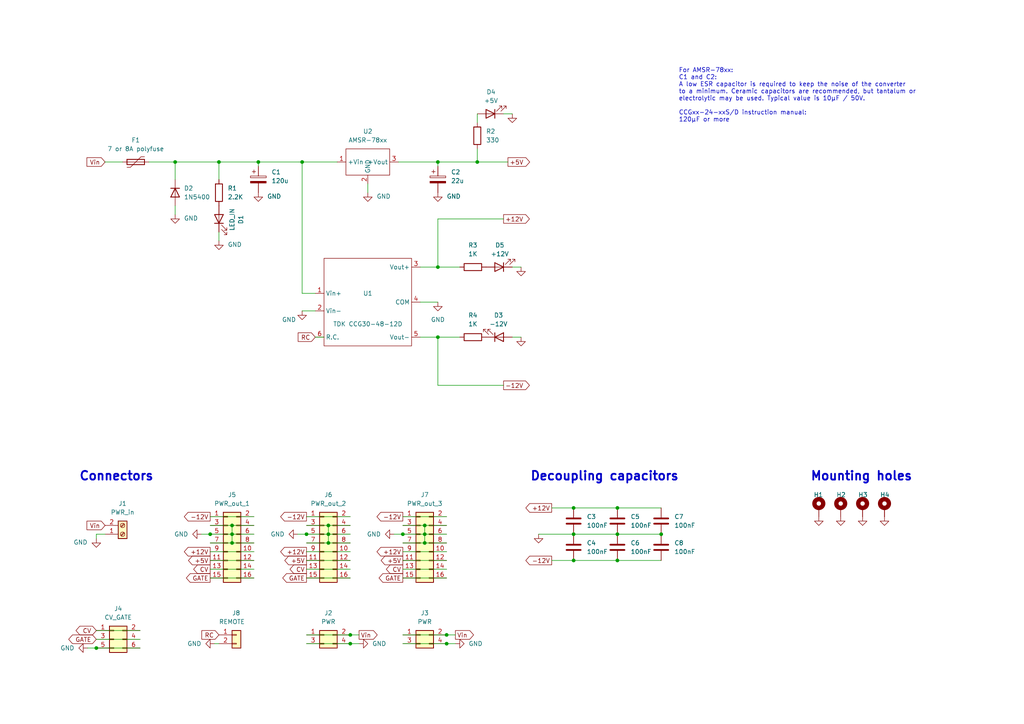
<source format=kicad_sch>
(kicad_sch (version 20211123) (generator eeschema)
  (paper "A4")
  (title_block (title "Eurorack PSU - switching DC-DC converter") (date "2022-02-09") (rev "1.1"))
  (lib_symbols
    (symbol "Connector:Screw_Terminal_01x02" (pin_names (offset 1.016) hide)
      (property "Reference" "J" (at 0 2.54 0))
      (property "Value" "Screw_Terminal_01x02" (at 0 -5.08 0))
      (symbol "Screw_Terminal_01x02_1_1"
        (rectangle (start -1.27 1.27) (end 1.27 -3.81) (stroke (width 0.254)) (fill (type background)))
        (circle (center 0 -2.54) (radius 0.635) (stroke (width 0.1524)))
        (polyline (pts (xy -0.5334 -2.2098) (xy 0.3302 -3.048)) (stroke (width 0.1524)))
        (polyline (pts (xy -0.5334 0.3302) (xy 0.3302 -0.508)) (stroke (width 0.1524)))
        (polyline (pts (xy -0.3556 -2.032) (xy 0.508 -2.8702)) (stroke (width 0.1524)))
        (polyline (pts (xy -0.3556 0.508) (xy 0.508 -0.3302)) (stroke (width 0.1524)))
        (circle (center 0 0) (radius 0.635) (stroke (width 0.1524)))
        (pin passive line (at -5.08 0 0) (length 3.81) (name "Pin_1") (number "1"))
        (pin passive line (at -5.08 -2.54 0) (length 3.81) (name "Pin_2") (number "2"))
      )
    )
    (symbol "Connector_Generic:Conn_01x02" (pin_names (offset 1.016) hide)
      (property "Reference" "J" (at 0 2.54 0))
      (property "Value" "Conn_01x02" (at 0 -5.08 0))
      (symbol "Conn_01x02_1_1"
        (rectangle (start -1.27 -2.413) (end 0 -2.667) (stroke (width 0.1524)))
        (rectangle (start -1.27 0.127) (end 0 -0.127) (stroke (width 0.1524)))
        (rectangle (start -1.27 1.27) (end 1.27 -3.81) (stroke (width 0.254)) (fill (type background)))
        (pin passive line (at -5.08 0 0) (length 3.81) (name "Pin_1") (number "1"))
        (pin passive line (at -5.08 -2.54 0) (length 3.81) (name "Pin_2") (number "2"))
      )
    )
    (symbol "Connector_Generic:Conn_02x02_Odd_Even" (pin_names (offset 1.016) hide)
      (property "Reference" "J" (at 1.27 2.54 0))
      (property "Value" "Conn_02x02_Odd_Even" (at 1.27 -5.08 0))
      (symbol "Conn_02x02_Odd_Even_1_1"
        (rectangle (start -1.27 -2.413) (end 0 -2.667) (stroke (width 0.1524)))
        (rectangle (start -1.27 0.127) (end 0 -0.127) (stroke (width 0.1524)))
        (rectangle (start -1.27 1.27) (end 3.81 -3.81) (stroke (width 0.254)) (fill (type background)))
        (rectangle (start 3.81 -2.413) (end 2.54 -2.667) (stroke (width 0.1524)))
        (rectangle (start 3.81 0.127) (end 2.54 -0.127) (stroke (width 0.1524)))
        (pin passive line (at -5.08 0 0) (length 3.81) (name "Pin_1") (number "1"))
        (pin passive line (at 7.62 0 180) (length 3.81) (name "Pin_2") (number "2"))
        (pin passive line (at -5.08 -2.54 0) (length 3.81) (name "Pin_3") (number "3"))
        (pin passive line (at 7.62 -2.54 180) (length 3.81) (name "Pin_4") (number "4"))
      )
    )
    (symbol "Connector_Generic:Conn_02x03_Odd_Even" (pin_names (offset 1.016) hide)
      (property "Reference" "J" (at 1.27 5.08 0))
      (property "Value" "Conn_02x03_Odd_Even" (at 1.27 -5.08 0))
      (symbol "Conn_02x03_Odd_Even_1_1"
        (rectangle (start -1.27 -2.413) (end 0 -2.667) (stroke (width 0.1524)))
        (rectangle (start -1.27 0.127) (end 0 -0.127) (stroke (width 0.1524)))
        (rectangle (start -1.27 2.667) (end 0 2.413) (stroke (width 0.1524)))
        (rectangle (start -1.27 3.81) (end 3.81 -3.81) (stroke (width 0.254)) (fill (type background)))
        (rectangle (start 3.81 -2.413) (end 2.54 -2.667) (stroke (width 0.1524)))
        (rectangle (start 3.81 0.127) (end 2.54 -0.127) (stroke (width 0.1524)))
        (rectangle (start 3.81 2.667) (end 2.54 2.413) (stroke (width 0.1524)))
        (pin passive line (at -5.08 2.54 0) (length 3.81) (name "Pin_1") (number "1"))
        (pin passive line (at 7.62 2.54 180) (length 3.81) (name "Pin_2") (number "2"))
        (pin passive line (at -5.08 0 0) (length 3.81) (name "Pin_3") (number "3"))
        (pin passive line (at 7.62 0 180) (length 3.81) (name "Pin_4") (number "4"))
        (pin passive line (at -5.08 -2.54 0) (length 3.81) (name "Pin_5") (number "5"))
        (pin passive line (at 7.62 -2.54 180) (length 3.81) (name "Pin_6") (number "6"))
      )
    )
    (symbol "Connector_Generic:Conn_02x08_Odd_Even" (pin_names (offset 1.016) hide)
      (property "Reference" "J" (at 1.27 10.16 0))
      (property "Value" "Conn_02x08_Odd_Even" (at 1.27 -12.7 0))
      (symbol "Conn_02x08_Odd_Even_1_1"
        (rectangle (start -1.27 -10.033) (end 0 -10.287) (stroke (width 0.1524)))
        (rectangle (start -1.27 -7.493) (end 0 -7.747) (stroke (width 0.1524)))
        (rectangle (start -1.27 -4.953) (end 0 -5.207) (stroke (width 0.1524)))
        (rectangle (start -1.27 -2.413) (end 0 -2.667) (stroke (width 0.1524)))
        (rectangle (start -1.27 0.127) (end 0 -0.127) (stroke (width 0.1524)))
        (rectangle (start -1.27 2.667) (end 0 2.413) (stroke (width 0.1524)))
        (rectangle (start -1.27 5.207) (end 0 4.953) (stroke (width 0.1524)))
        (rectangle (start -1.27 7.747) (end 0 7.493) (stroke (width 0.1524)))
        (rectangle (start -1.27 8.89) (end 3.81 -11.43) (stroke (width 0.254)) (fill (type background)))
        (rectangle (start 3.81 -10.033) (end 2.54 -10.287) (stroke (width 0.1524)))
        (rectangle (start 3.81 -7.493) (end 2.54 -7.747) (stroke (width 0.1524)))
        (rectangle (start 3.81 -4.953) (end 2.54 -5.207) (stroke (width 0.1524)))
        (rectangle (start 3.81 -2.413) (end 2.54 -2.667) (stroke (width 0.1524)))
        (rectangle (start 3.81 0.127) (end 2.54 -0.127) (stroke (width 0.1524)))
        (rectangle (start 3.81 2.667) (end 2.54 2.413) (stroke (width 0.1524)))
        (rectangle (start 3.81 5.207) (end 2.54 4.953) (stroke (width 0.1524)))
        (rectangle (start 3.81 7.747) (end 2.54 7.493) (stroke (width 0.1524)))
        (pin passive line (at -5.08 7.62 0) (length 3.81) (name "Pin_1") (number "1"))
        (pin passive line (at 7.62 -2.54 180) (length 3.81) (name "Pin_10") (number "10"))
        (pin passive line (at -5.08 -5.08 0) (length 3.81) (name "Pin_11") (number "11"))
        (pin passive line (at 7.62 -5.08 180) (length 3.81) (name "Pin_12") (number "12"))
        (pin passive line (at -5.08 -7.62 0) (length 3.81) (name "Pin_13") (number "13"))
        (pin passive line (at 7.62 -7.62 180) (length 3.81) (name "Pin_14") (number "14"))
        (pin passive line (at -5.08 -10.16 0) (length 3.81) (name "Pin_15") (number "15"))
        (pin passive line (at 7.62 -10.16 180) (length 3.81) (name "Pin_16") (number "16"))
        (pin passive line (at 7.62 7.62 180) (length 3.81) (name "Pin_2") (number "2"))
        (pin passive line (at -5.08 5.08 0) (length 3.81) (name "Pin_3") (number "3"))
        (pin passive line (at 7.62 5.08 180) (length 3.81) (name "Pin_4") (number "4"))
        (pin passive line (at -5.08 2.54 0) (length 3.81) (name "Pin_5") (number "5"))
        (pin passive line (at 7.62 2.54 180) (length 3.81) (name "Pin_6") (number "6"))
        (pin passive line (at -5.08 0 0) (length 3.81) (name "Pin_7") (number "7"))
        (pin passive line (at 7.62 0 180) (length 3.81) (name "Pin_8") (number "8"))
        (pin passive line (at -5.08 -2.54 0) (length 3.81) (name "Pin_9") (number "9"))
      )
    )
    (symbol "Device:C" (pin_numbers hide) (pin_names (offset 0.254))
      (property "Reference" "C" (at 0.635 2.54 0))
      (property "Value" "C" (at 0.635 -2.54 0))
      (symbol "C_0_1"
        (polyline (pts (xy -2.032 -0.762) (xy 2.032 -0.762)) (stroke (width 0.508)))
        (polyline (pts (xy -2.032 0.762) (xy 2.032 0.762)) (stroke (width 0.508)))
      )
      (symbol "C_1_1"
        (pin passive line (at 0 3.81 270) (length 2.794) (name "~") (number "1"))
        (pin passive line (at 0 -3.81 90) (length 2.794) (name "~") (number "2"))
      )
    )
    (symbol "Device:C_Polarized" (pin_numbers hide) (pin_names (offset 0.254))
      (property "Reference" "C" (at 0.635 2.54 0))
      (property "Value" "C_Polarized" (at 0.635 -2.54 0))
      (symbol "C_Polarized_0_1"
        (rectangle (start -2.286 0.508) (end 2.286 1.016))
        (polyline (pts (xy -1.778 2.286) (xy -0.762 2.286)))
        (polyline (pts (xy -1.27 2.794) (xy -1.27 1.778)))
        (rectangle (start 2.286 -0.508) (end -2.286 -1.016) (fill (type outline)))
      )
      (symbol "C_Polarized_1_1"
        (pin passive line (at 0 3.81 270) (length 2.794) (name "~") (number "1"))
        (pin passive line (at 0 -3.81 90) (length 2.794) (name "~") (number "2"))
      )
    )
    (symbol "Device:LED" (pin_numbers hide) (pin_names (offset 1.016) hide)
      (property "Reference" "D" (at 0 2.54 0))
      (property "Value" "LED" (at 0 -2.54 0))
      (symbol "LED_0_1"
        (polyline (pts (xy -1.27 -1.27) (xy -1.27 1.27)) (stroke (width 0.254)))
        (polyline (pts (xy -1.27 0) (xy 1.27 0)))
        (polyline (pts (xy 1.27 -1.27) (xy 1.27 1.27) (xy -1.27 0) (xy 1.27 -1.27)) (stroke (width 0.254)))
        (polyline (pts (xy -3.048 -0.762) (xy -4.572 -2.286) (xy -3.81 -2.286) (xy -4.572 -2.286) (xy -4.572 -1.524)))
        (polyline (pts (xy -1.778 -0.762) (xy -3.302 -2.286) (xy -2.54 -2.286) (xy -3.302 -2.286) (xy -3.302 -1.524)))
      )
      (symbol "LED_1_1"
        (pin passive line (at -3.81 0 0) (length 2.54) (name "K") (number "1"))
        (pin passive line (at 3.81 0 180) (length 2.54) (name "A") (number "2"))
      )
    )
    (symbol "Device:Polyfuse" (pin_numbers hide) (pin_names (offset 0))
      (property "Reference" "F" (at -2.54 0 90))
      (property "Value" "Polyfuse" (at 2.54 0 90))
      (symbol "Polyfuse_0_1"
        (rectangle (start -0.762 2.54) (end 0.762 -2.54) (stroke (width 0.254)))
        (polyline (pts (xy 0 2.54) (xy 0 -2.54)))
        (polyline (pts (xy -1.524 2.54) (xy -1.524 1.524) (xy 1.524 -1.524) (xy 1.524 -2.54)))
      )
      (symbol "Polyfuse_1_1"
        (pin passive line (at 0 3.81 270) (length 1.27) (name "~") (number "1"))
        (pin passive line (at 0 -3.81 90) (length 1.27) (name "~") (number "2"))
      )
    )
    (symbol "Device:R" (pin_numbers hide) (pin_names (offset 0))
      (property "Reference" "R" (at 2.032 0 90))
      (property "Value" "R" (at 0 0 90))
      (symbol "R_0_1"
        (rectangle (start -1.016 -2.54) (end 1.016 2.54) (stroke (width 0.254)))
      )
      (symbol "R_1_1"
        (pin passive line (at 0 3.81 270) (length 1.27) (name "~") (number "1"))
        (pin passive line (at 0 -3.81 90) (length 1.27) (name "~") (number "2"))
      )
    )
    (symbol "Diode:1N5400" (pin_numbers hide) (pin_names (offset 1.016) hide)
      (property "Reference" "D" (at 0 2.54 0))
      (property "Value" "1N5400" (at 0 -2.54 0))
      (symbol "1N5400_0_1"
        (polyline (pts (xy -1.27 1.27) (xy -1.27 -1.27)) (stroke (width 0.254)))
        (polyline (pts (xy 1.27 0) (xy -1.27 0)))
        (polyline (pts (xy 1.27 1.27) (xy 1.27 -1.27) (xy -1.27 0) (xy 1.27 1.27)) (stroke (width 0.254)))
      )
      (symbol "1N5400_1_1"
        (pin passive line (at -3.81 0 0) (length 2.54) (name "K") (number "1"))
        (pin passive line (at 3.81 0 180) (length 2.54) (name "A") (number "2"))
      )
    )
    (symbol "Fredriks:AMSR-78xx"
      (property "Reference" "U2" (at 0 8.89 0))
      (property "Value" "AMSR-78xx" (at 0 6.35 0))
      (symbol "AMSR-78xx_0_1"
        (rectangle (start -6.35 3.81) (end 6.35 -3.81) (stroke (width 0.1524)))
      )
      (symbol "AMSR-78xx_1_1"
        (pin power_in line (at -8.89 0 0) (length 2.54) (name "+Vin") (number "1"))
        (pin unspecified line (at 0 -6.35 90) (length 2.54) (name "GND") (number "2"))
        (pin power_out line (at 8.89 0 180) (length 2.54) (name "+Vout") (number "3"))
      )
    )
    (symbol "Fredriks:TDK_CCG30"
      (property "Reference" "U" (at 0 13.97 0))
      (property "Value" "TDK_CCG30" (at 1.27 11.43 0))
      (symbol "TDK_CCG30_0_1"
        (rectangle (start -12.7 12.7) (end 12.7 -12.7) (stroke (width 0.1524)))
      )
      (symbol "TDK_CCG30_1_1"
        (pin power_in line (at -15.24 2.54 0) (length 2.54) (name "Vin+") (number "1"))
        (pin power_in line (at -15.24 -2.54 0) (length 2.54) (name "Vin-") (number "2"))
        (pin power_out line (at 15.24 10.16 180) (length 2.54) (name "Vout+") (number "3"))
        (pin input line (at 15.24 0 180) (length 2.54) (name "COM") (number "4"))
        (pin power_out line (at 15.24 -10.16 180) (length 2.54) (name "Vout-") (number "5"))
        (pin input line (at -15.24 -10.16 0) (length 2.54) (name "R.C.") (number "6"))
      )
    )
    (symbol "Mechanical:MountingHole_Pad" (pin_numbers hide) (pin_names (offset 1.016) hide)
      (property "Reference" "H" (at 0 6.35 0))
      (property "Value" "MountingHole_Pad" (at 0 4.445 0))
      (symbol "MountingHole_Pad_0_1"
        (circle (center 0 1.27) (radius 1.27) (stroke (width 1.27)))
      )
      (symbol "MountingHole_Pad_1_1"
        (pin input line (at 0 -2.54 90) (length 2.54) (name "1") (number "1"))
      )
    )
    (symbol "power:GND" (power) (pin_names (offset 0))
      (property "Value" "GND" (at 0 -3.81 0))
      (symbol "GND_0_1"
        (polyline (pts (xy 0 0) (xy 0 -1.27) (xy 1.27 -1.27) (xy 0 -2.54) (xy -1.27 -1.27) (xy 0 -1.27)))
      )
      (symbol "GND_1_1"
        (pin power_in line (at 0 0 270) (length 0) hide (name "GND") (number "1"))
      )
    )
  )
  (junction (at 95.25 152.4))
  (junction (at 123.19 152.4))
  (junction (at 179.07 147.32))
  (junction (at 74.93 46.99))
  (junction (at 63.5 46.99) (diameter 0.9144))
  (junction (at 116.84 154.94))
  (junction (at 123.19 157.48))
  (junction (at 191.77 154.94))
  (junction (at 67.31 154.94))
  (junction (at 67.31 157.48))
  (junction (at 127 77.47) (diameter 0.9144))
  (junction (at 138.43 46.99) (diameter 0.9144))
  (junction (at 67.31 152.4))
  (junction (at 166.37 162.56))
  (junction (at 27.94 187.96))
  (junction (at 129.54 186.69))
  (junction (at 95.25 157.48))
  (junction (at 101.6 186.69))
  (junction (at 87.63 46.99) (diameter 0.9144))
  (junction (at 179.07 154.94))
  (junction (at 95.25 154.94))
  (junction (at 123.19 154.94))
  (junction (at 50.8 46.99))
  (junction (at 129.54 184.15))
  (junction (at 166.37 154.94))
  (junction (at 179.07 162.56))
  (junction (at 166.37 147.32))
  (junction (at 127 97.79) (diameter 0.9144))
  (junction (at 60.96 154.94))
  (junction (at 101.6 184.15))
  (junction (at 127 46.99))
  (junction (at 88.9 154.94))
  (wire (pts (xy 166.37 147.32) (xy 179.07 147.32)))
  (wire (pts (xy 121.92 97.79) (xy 127 97.79)))
  (wire (pts (xy 127 97.79) (xy 133.35 97.79)))
  (wire (pts (xy 86.36 154.94) (xy 88.9 154.94)))
  (wire (pts (xy 116.84 162.56) (xy 129.54 162.56)))
  (wire (pts (xy 127 97.79) (xy 127 111.76)))
  (wire (pts (xy 63.5 186.69) (xy 62.23 186.69)))
  (wire (pts (xy 116.84 157.48) (xy 123.19 157.48)))
  (wire (pts (xy 179.07 154.94) (xy 191.77 154.94)))
  (wire (pts (xy 160.02 162.56) (xy 166.37 162.56)))
  (wire (pts (xy 95.25 152.4) (xy 101.6 152.4)))
  (wire (pts (xy 116.84 149.86) (xy 129.54 149.86)))
  (wire (pts (xy 116.84 186.69) (xy 129.54 186.69)))
  (wire (pts (xy 27.94 182.88) (xy 40.64 182.88)))
  (wire (pts (xy 88.9 186.69) (xy 101.6 186.69)))
  (wire (pts (xy 116.84 154.94) (xy 123.19 154.94)))
  (wire (pts (xy 30.48 46.99) (xy 35.56 46.99)))
  (wire (pts (xy 88.9 160.02) (xy 101.6 160.02)))
  (wire (pts (xy 67.31 152.4) (xy 73.66 152.4)))
  (wire (pts (xy 58.42 154.94) (xy 60.96 154.94)))
  (wire (pts (xy 88.9 152.4) (xy 95.25 152.4)))
  (wire (pts (xy 60.96 154.94) (xy 67.31 154.94)))
  (wire (pts (xy 87.63 46.99) (xy 97.79 46.99)))
  (wire (pts (xy 60.96 162.56) (xy 73.66 162.56)))
  (wire (pts (xy 148.59 97.79) (xy 151.13 97.79)))
  (wire (pts (xy 67.31 157.48) (xy 73.66 157.48)))
  (wire (pts (xy 50.8 46.99) (xy 63.5 46.99)))
  (wire (pts (xy 127 63.5) (xy 146.05 63.5)))
  (wire (pts (xy 127 77.47) (xy 127 63.5)))
  (wire (pts (xy 88.9 167.64) (xy 101.6 167.64)))
  (wire (pts (xy 148.59 77.47) (xy 151.13 77.47)))
  (wire (pts (xy 179.07 147.32) (xy 191.77 147.32)))
  (wire (pts (xy 74.93 46.99) (xy 74.93 48.26)))
  (wire (pts (xy 25.4 187.96) (xy 27.94 187.96)))
  (wire (pts (xy 166.37 154.94) (xy 179.07 154.94)))
  (wire (pts (xy 60.96 149.86) (xy 73.66 149.86)))
  (wire (pts (xy 146.05 33.02) (xy 148.59 33.02)))
  (wire (pts (xy 156.21 154.94) (xy 166.37 154.94)))
  (wire (pts (xy 166.37 162.56) (xy 179.07 162.56)))
  (wire (pts (xy 50.8 59.69) (xy 50.8 62.23)))
  (wire (pts (xy 60.96 157.48) (xy 67.31 157.48)))
  (wire (pts (xy 121.92 87.63) (xy 127 87.63)))
  (wire (pts (xy 95.25 152.4) (xy 95.25 154.94)))
  (wire (pts (xy 60.96 160.02) (xy 73.66 160.02)))
  (wire (pts (xy 67.31 152.4) (xy 67.31 154.94)))
  (wire (pts (xy 116.84 152.4) (xy 123.19 152.4)))
  (wire (pts (xy 60.96 167.64) (xy 73.66 167.64)))
  (wire (pts (xy 160.02 147.32) (xy 166.37 147.32)))
  (wire (pts (xy 179.07 162.56) (xy 191.77 162.56)))
  (wire (pts (xy 27.94 154.94) (xy 30.48 154.94)))
  (wire (pts (xy 27.94 156.21) (xy 27.94 154.94)))
  (wire (pts (xy 27.94 185.42) (xy 40.64 185.42)))
  (wire (pts (xy 88.9 154.94) (xy 95.25 154.94)))
  (wire (pts (xy 138.43 33.02) (xy 138.43 35.56)))
  (wire (pts (xy 27.94 187.96) (xy 40.64 187.96)))
  (wire (pts (xy 67.31 154.94) (xy 67.31 157.48)))
  (wire (pts (xy 88.9 165.1) (xy 101.6 165.1)))
  (wire (pts (xy 116.84 160.02) (xy 129.54 160.02)))
  (wire (pts (xy 60.96 152.4) (xy 67.31 152.4)))
  (wire (pts (xy 123.19 157.48) (xy 129.54 157.48)))
  (wire (pts (xy 116.84 165.1) (xy 129.54 165.1)))
  (wire (pts (xy 138.43 43.18) (xy 138.43 46.99)))
  (wire (pts (xy 129.54 186.69) (xy 132.08 186.69)))
  (wire (pts (xy 116.84 184.15) (xy 129.54 184.15)))
  (wire (pts (xy 106.68 53.34) (xy 106.68 55.88)))
  (wire (pts (xy 63.5 67.31) (xy 63.5 69.85)))
  (wire (pts (xy 95.25 154.94) (xy 95.25 157.48)))
  (wire (pts (xy 63.5 46.99) (xy 74.93 46.99)))
  (wire (pts (xy 95.25 157.48) (xy 101.6 157.48)))
  (wire (pts (xy 88.9 157.48) (xy 95.25 157.48)))
  (wire (pts (xy 63.5 46.99) (xy 63.5 52.07)))
  (wire (pts (xy 43.18 46.99) (xy 50.8 46.99)))
  (wire (pts (xy 115.57 46.99) (xy 127 46.99)))
  (wire (pts (xy 127 46.99) (xy 138.43 46.99)))
  (wire (pts (xy 138.43 46.99) (xy 147.32 46.99)))
  (wire (pts (xy 123.19 152.4) (xy 129.54 152.4)))
  (wire (pts (xy 123.19 152.4) (xy 123.19 154.94)))
  (wire (pts (xy 121.92 77.47) (xy 127 77.47)))
  (wire (pts (xy 127 77.47) (xy 133.35 77.47)))
  (wire (pts (xy 127 111.76) (xy 146.05 111.76)))
  (wire (pts (xy 95.25 154.94) (xy 101.6 154.94)))
  (wire (pts (xy 101.6 184.15) (xy 104.14 184.15)))
  (wire (pts (xy 87.63 90.17) (xy 91.44 90.17)))
  (wire (pts (xy 101.6 186.69) (xy 104.14 186.69)))
  (wire (pts (xy 116.84 167.64) (xy 129.54 167.64)))
  (wire (pts (xy 88.9 149.86) (xy 101.6 149.86)))
  (wire (pts (xy 123.19 154.94) (xy 123.19 157.48)))
  (wire (pts (xy 114.3 154.94) (xy 116.84 154.94)))
  (wire (pts (xy 87.63 46.99) (xy 87.63 85.09)))
  (wire (pts (xy 91.44 85.09) (xy 87.63 85.09)))
  (wire (pts (xy 74.93 46.99) (xy 87.63 46.99)))
  (wire (pts (xy 91.44 97.79) (xy 93.98 97.79)))
  (wire (pts (xy 88.9 162.56) (xy 101.6 162.56)))
  (wire (pts (xy 88.9 184.15) (xy 101.6 184.15)))
  (wire (pts (xy 129.54 184.15) (xy 132.08 184.15)))
  (wire (pts (xy 127 46.99) (xy 127 48.26)))
  (wire (pts (xy 50.8 46.99) (xy 50.8 52.07)))
  (wire (pts (xy 123.19 154.94) (xy 129.54 154.94)))
  (wire (pts (xy 67.31 154.94) (xy 73.66 154.94)))
  (wire (pts (xy 60.96 165.1) (xy 73.66 165.1)))
  (text "Decoupling capacitors" (at 153.67 139.7 0) (effects (font (size 2.54 2.54) (thickness 0.508) bold) (justify left bottom)))
  (text "For AMSR-78xx:\nC1 and C2:\nA low ESR capacitor is required to keep the noise of the converter \nto a minimum. Ceramic capacitors are recommended, but tantalum or \nelectrolytic may be used. Typical value is 10μF / 50V.\n\nCCGxx-24-xxS/D instruction manual:\n120μF or more" (at 196.85 35.56 0) (effects (font (size 1.27 1.27)) (justify left bottom)))
  (text "Connectors" (at 22.86 139.7 0) (effects (font (size 2.54 2.54) (thickness 0.508) bold) (justify left bottom)))
  (text "Mounting holes" (at 234.95 139.7 0) (effects (font (size 2.54 2.54) (thickness 0.508) bold) (justify left bottom)))
  (global_label "+5V" (shape output) (at 116.84 162.56 180) (property "Intersheet References" "${INTERSHEET_REFS}" (effects hide)))
  (global_label "CV" (shape output) (at 60.96 165.1 180) (property "Intersheet References" "${INTERSHEET_REFS}" (effects hide)))
  (global_label "Vin" (shape output) (at 132.08 184.15 0) (property "Intersheet References" "${INTERSHEET_REFS}" (effects hide)))
  (global_label "+12V" (shape output) (at 146.05 63.5 0) (property "Intersheet References" "${INTERSHEET_REFS}" (effects hide)))
  (global_label "+5V" (shape output) (at 60.96 162.56 180) (property "Intersheet References" "${INTERSHEET_REFS}" (effects hide)))
  (global_label "+12V" (shape output) (at 116.84 160.02 180) (property "Intersheet References" "${INTERSHEET_REFS}" (effects hide)))
  (global_label "Vin" (shape input) (at 30.48 46.99 180) (property "Intersheet References" "${INTERSHEET_REFS}" (effects hide)))
  (global_label "CV" (shape output) (at 116.84 165.1 180) (property "Intersheet References" "${INTERSHEET_REFS}" (effects hide)))
  (global_label "Vin" (shape input) (at 30.48 152.4 180) (property "Intersheet References" "${INTERSHEET_REFS}" (effects hide)))
  (global_label "CV" (shape bidirectional) (at 27.94 182.88 180) (property "Intersheet References" "${INTERSHEET_REFS}" (effects hide)))
  (global_label "+12V" (shape output) (at 60.96 160.02 180) (property "Intersheet References" "${INTERSHEET_REFS}" (effects hide)))
  (global_label "GATE" (shape bidirectional) (at 27.94 185.42 180) (property "Intersheet References" "${INTERSHEET_REFS}" (effects hide)))
  (global_label "-12V" (shape output) (at 60.96 149.86 180) (property "Intersheet References" "${INTERSHEET_REFS}" (effects hide)))
  (global_label "GATE" (shape output) (at 88.9 167.64 180) (property "Intersheet References" "${INTERSHEET_REFS}" (effects hide)))
  (global_label "GATE" (shape output) (at 116.84 167.64 180) (property "Intersheet References" "${INTERSHEET_REFS}" (effects hide)))
  (global_label "-12V" (shape output) (at 88.9 149.86 180) (property "Intersheet References" "${INTERSHEET_REFS}" (effects hide)))
  (global_label "RC" (shape input) (at 63.5 184.15 180) (property "Intersheet References" "${INTERSHEET_REFS}" (effects hide)))
  (global_label "+12V" (shape output) (at 160.02 147.32 180) (property "Intersheet References" "${INTERSHEET_REFS}" (effects hide)))
  (global_label "-12V" (shape output) (at 160.02 162.56 180) (property "Intersheet References" "${INTERSHEET_REFS}" (effects hide)))
  (global_label "CV" (shape output) (at 88.9 165.1 180) (property "Intersheet References" "${INTERSHEET_REFS}" (effects hide)))
  (global_label "GATE" (shape output) (at 60.96 167.64 180) (property "Intersheet References" "${INTERSHEET_REFS}" (effects hide)))
  (global_label "-12V" (shape output) (at 146.05 111.76 0) (property "Intersheet References" "${INTERSHEET_REFS}" (effects hide)))
  (global_label "-12V" (shape output) (at 116.84 149.86 180) (property "Intersheet References" "${INTERSHEET_REFS}" (effects hide)))
  (global_label "Vin" (shape output) (at 104.14 184.15 0) (property "Intersheet References" "${INTERSHEET_REFS}" (effects hide)))
  (global_label "+5V" (shape output) (at 88.9 162.56 180) (property "Intersheet References" "${INTERSHEET_REFS}" (effects hide)))
  (global_label "+12V" (shape output) (at 88.9 160.02 180) (property "Intersheet References" "${INTERSHEET_REFS}" (effects hide)))
  (global_label "+5V" (shape output) (at 147.32 46.99 0) (property "Intersheet References" "${INTERSHEET_REFS}" (effects hide)))
  (global_label "RC" (shape input) (at 91.44 97.79 180) (property "Intersheet References" "${INTERSHEET_REFS}" (effects hide)))
  (symbol (lib_id "Connector_Generic:Conn_02x08_Odd_Even") (at 93.98 157.48 0) (unit 1)
    (property "Reference" "J6" (at 95.25 143.51 0))
    (property "Value" "PWR_out_2" (at 95.25 146.05 0))
    (property "Footprint" "Fredriks Footprints:IDC-Header_2x08_vert_Eurorack_PWR_combo" (effects hide))
  )
  (symbol (lib_id "Device:LED") (at 144.78 97.79 0) (mirror x) (unit 1)
    (property "Reference" "D3" (at 144.5895 91.44 0))
    (property "Value" "-12V" (at 144.5895 93.98 0))
    (property "Footprint" "LED_THT:LED_D3.0mm" (effects hide))
  )
  (symbol (lib_id "power:GND") (at 114.3 154.94 270) (mirror x) (unit 1)
    (property "Reference" "#PWR0114" (effects hide))
    (property "Value" "GND" (at 110.49 154.9399 90) (effects (justify right)))
  )
  (symbol (lib_id "power:GND") (at 151.13 77.47 0) (unit 1)
    (property "Reference" "#PWR0103" (effects hide))
    (property "Value" "GND" (effects hide))
  )
  (symbol (lib_id "power:GND") (at 256.54 149.86 0) (mirror y) (unit 1)
    (property "Reference" "#PWR0118" (effects hide))
    (property "Value" "GND" (effects hide))
  )
  (symbol (lib_id "Mechanical:MountingHole_Pad") (at 250.19 147.32 0) (unit 1)
    (property "Reference" "H3" (at 248.92 143.51 0) (effects (justify left)))
    (property "Value" "MountingHole" (effects hide))
    (property "Footprint" "MountingHole:MountingHole_3.2mm_M3_Pad" (effects hide))
  )
  (symbol (lib_id "Device:C") (at 179.07 151.13 0) (unit 1)
    (property "Reference" "C5" (at 182.88 149.8599 0) (effects (justify left)))
    (property "Value" "100nF" (at 182.88 152.3999 0) (effects (justify left)))
    (property "Footprint" "Capacitor_THT:C_Disc_D7.0mm_W2.5mm_P5.00mm" (effects hide))
  )
  (symbol (lib_id "Device:C") (at 166.37 158.75 0) (unit 1)
    (property "Reference" "C4" (at 170.18 157.4799 0) (effects (justify left)))
    (property "Value" "100nF" (at 170.18 160.0199 0) (effects (justify left)))
    (property "Footprint" "Capacitor_THT:C_Disc_D7.0mm_W2.5mm_P5.00mm" (effects hide))
    (property "Spec" "50V X7R/X8R/COG" (effects hide))
  )
  (symbol (lib_id "Device:C") (at 166.37 151.13 0) (unit 1)
    (property "Reference" "C3" (at 170.18 149.8599 0) (effects (justify left)))
    (property "Value" "100nF" (at 170.18 152.3999 0) (effects (justify left)))
    (property "Footprint" "Capacitor_THT:C_Disc_D7.0mm_W2.5mm_P5.00mm" (effects hide))
    (property "Spec" "50V X7R/X8R/COG" (effects hide))
  )
  (symbol (lib_id "power:GND") (at 58.42 154.94 270) (mirror x) (unit 1)
    (property "Reference" "#PWR0112" (effects hide))
    (property "Value" "GND" (at 54.61 154.9399 90) (effects (justify right)))
  )
  (symbol (lib_id "Connector_Generic:Conn_01x02") (at 68.58 184.15 0) (unit 1)
    (property "Reference" "J8" (at 67.31 177.8 0) (effects (justify left)))
    (property "Value" "REMOTE" (at 63.5 180.34 0) (effects (justify left)))
    (property "Footprint" "Connector_PinHeader_2.54mm:PinHeader_2x01_P2.54mm_Vertical" (effects hide))
  )
  (symbol (lib_id "Connector_Generic:Conn_02x08_Odd_Even") (at 121.92 157.48 0) (unit 1)
    (property "Reference" "J7" (at 123.19 143.51 0))
    (property "Value" "PWR_out_3" (at 123.19 146.05 0))
    (property "Footprint" "Fredriks Footprints:IDC-Header_2x08_vert_Eurorack_PWR_combo" (effects hide))
  )
  (symbol (lib_id "Connector_Generic:Conn_02x02_Odd_Even") (at 93.98 184.15 0) (unit 1)
    (property "Reference" "J2" (at 95.25 177.8 0))
    (property "Value" "PWR" (at 95.25 180.34 0))
    (property "Footprint" "Fredriks Footprints:Molex_Mini-Fit_Jr_5569-04A2_2x02_P4.20mm_Horizontal - Vin_GND" (effects hide))
  )
  (symbol (lib_id "power:GND") (at 127 87.63 0) (unit 1)
    (property "Reference" "#PWR0102" (effects hide))
    (property "Value" "GND" (at 127 92.71 0))
  )
  (symbol (lib_id "Device:C") (at 191.77 151.13 0) (unit 1)
    (property "Reference" "C7" (at 195.58 149.8599 0) (effects (justify left)))
    (property "Value" "100nF" (at 195.58 152.3999 0) (effects (justify left)))
    (property "Footprint" "Capacitor_THT:C_Disc_D7.0mm_W2.5mm_P5.00mm" (effects hide))
  )
  (symbol (lib_id "power:GND") (at 148.59 33.02 0) (unit 1)
    (property "Reference" "#PWR0105" (effects hide))
    (property "Value" "GND" (effects hide))
  )
  (symbol (lib_id "Device:R") (at 63.5 55.88 180) (unit 1)
    (property "Reference" "R1" (at 66.04 54.6099 0) (effects (justify right)))
    (property "Value" "2.2K" (at 66.04 57.1499 0) (effects (justify right)))
    (property "Footprint" "Resistor_THT:R_Axial_DIN0207_L6.3mm_D2.5mm_P7.62mm_Horizontal" (effects hide))
  )
  (symbol (lib_id "power:GND") (at 62.23 186.69 270) (mirror x) (unit 1)
    (property "Reference" "#PWR01" (effects hide))
    (property "Value" "GND" (at 58.42 186.6899 90) (effects (justify right)))
  )
  (symbol (lib_id "Device:R") (at 137.16 77.47 270) (unit 1)
    (property "Reference" "R3" (at 137.16 71.12 90))
    (property "Value" "1K" (at 137.16 73.66 90))
    (property "Footprint" "Resistor_THT:R_Axial_DIN0207_L6.3mm_D2.5mm_P7.62mm_Horizontal" (effects hide))
  )
  (symbol (lib_id "power:GND") (at 237.49 149.86 0) (mirror y) (unit 1)
    (property "Reference" "#PWR0119" (effects hide))
    (property "Value" "GND" (effects hide))
  )
  (symbol (lib_id "Mechanical:MountingHole_Pad") (at 256.54 147.32 0) (unit 1)
    (property "Reference" "H4" (at 255.27 143.51 0) (effects (justify left)))
    (property "Value" "MountingHole" (effects hide))
    (property "Footprint" "MountingHole:MountingHole_3.2mm_M3_Pad" (effects hide))
  )
  (symbol (lib_id "power:GND") (at 106.68 55.88 0) (unit 1)
    (property "Reference" "#PWR0109" (effects hide))
    (property "Value" "GND" (at 109.22 56.9594 0) (effects (justify left)))
  )
  (symbol (lib_id "Device:C_Polarized") (at 127 52.07 0) (unit 1)
    (property "Reference" "C2" (at 130.81 49.9109 0) (effects (justify left)))
    (property "Value" "22u" (at 130.81 52.4509 0) (effects (justify left)))
    (property "Footprint" "Capacitor_THT:CP_Radial_D5.0mm_P2.00mm" (effects hide))
  )
  (symbol (lib_id "Mechanical:MountingHole_Pad") (at 237.49 147.32 0) (mirror y) (unit 1)
    (property "Reference" "H1" (at 238.76 143.51 0) (effects (justify left)))
    (property "Value" "MountingHole" (effects hide))
    (property "Footprint" "MountingHole:MountingHole_3.2mm_M3_Pad" (effects hide))
  )
  (symbol (lib_id "Connector_Generic:Conn_02x02_Odd_Even") (at 121.92 184.15 0) (unit 1)
    (property "Reference" "J3" (at 123.19 177.8 0))
    (property "Value" "PWR" (at 123.19 180.34 0))
    (property "Footprint" "Fredriks Footprints:Molex_Mini-Fit_Jr_5569-04A2_2x02_P4.20mm_Horizontal - Vin_GND" (effects hide))
  )
  (symbol (lib_id "power:GND") (at 127 55.88 0) (unit 1)
    (property "Reference" "#PWR0104" (effects hide))
    (property "Value" "GND" (at 129.54 56.9594 0) (effects (justify left)))
  )
  (symbol (lib_id "power:GND") (at 86.36 154.94 270) (mirror x) (unit 1)
    (property "Reference" "#PWR0113" (effects hide))
    (property "Value" "GND" (at 82.55 154.9399 90) (effects (justify right)))
  )
  (symbol (lib_id "Device:C") (at 179.07 158.75 0) (unit 1)
    (property "Reference" "C6" (at 182.88 157.4799 0) (effects (justify left)))
    (property "Value" "100nF" (at 182.88 160.0199 0) (effects (justify left)))
    (property "Footprint" "Capacitor_THT:C_Disc_D7.0mm_W2.5mm_P5.00mm" (effects hide))
  )
  (symbol (lib_id "power:GND") (at 50.8 62.23 0) (unit 1)
    (property "Reference" "#PWR02" (effects hide))
    (property "Value" "GND" (at 53.34 63.3094 0) (effects (justify left)))
  )
  (symbol (lib_id "Device:R") (at 137.16 97.79 90) (mirror x) (unit 1)
    (property "Reference" "R4" (at 137.16 91.44 90))
    (property "Value" "1K" (at 137.16 93.98 90))
    (property "Footprint" "Resistor_THT:R_Axial_DIN0207_L6.3mm_D2.5mm_P7.62mm_Horizontal" (effects hide))
  )
  (symbol (lib_id "power:GND") (at 87.63 90.17 0) (unit 1)
    (property "Reference" "#PWR0106" (effects hide))
    (property "Value" "GND" (at 83.82 92.71 0))
  )
  (symbol (lib_id "Connector_Generic:Conn_02x03_Odd_Even") (at 33.02 185.42 0) (unit 1)
    (property "Reference" "J4" (at 34.29 176.53 0))
    (property "Value" "CV_GATE" (at 34.29 179.07 0))
    (property "Footprint" "Connector_PinHeader_2.54mm:PinHeader_2x03_P2.54mm_Vertical" (effects hide))
  )
  (symbol (lib_id "Connector_Generic:Conn_02x08_Odd_Even") (at 66.04 157.48 0) (unit 1)
    (property "Reference" "J5" (at 67.31 143.51 0))
    (property "Value" "PWR_out_1" (at 67.31 146.05 0))
    (property "Footprint" "Fredriks Footprints:IDC-Header_2x08_vert_Eurorack_PWR_combo" (effects hide))
  )
  (symbol (lib_id "power:GND") (at 250.19 149.86 0) (mirror y) (unit 1)
    (property "Reference" "#PWR0121" (effects hide))
    (property "Value" "GND" (effects hide))
  )
  (symbol (lib_id "Device:C_Polarized") (at 74.93 52.07 0) (unit 1)
    (property "Reference" "C1" (at 78.74 49.9109 0) (effects (justify left)))
    (property "Value" "120u" (at 78.74 52.4509 0) (effects (justify left)))
    (property "Footprint" "Capacitor_THT:CP_Radial_D10.0mm_P3.50mm" (effects hide))
    (property "Spec" "50V low ESR" (effects hide))
    (property "Description" "Low ESR. E.g. Nippon Chemi-Con KZE; Nichicon UHV, UHD, UHE, UHW; Panasonic A-FR" (effects hide))
  )
  (symbol (lib_id "Fredriks:AMSR-78xx") (at 106.68 46.99 0) (unit 1)
    (property "Reference" "U2" (at 106.68 38.1 0))
    (property "Value" "AMSR-78xx" (at 106.68 40.64 0))
    (property "Footprint" "Fredriks Footprints:R-785.0-0.5" (effects hide))
    (property "Datasheet" "http://www.aimtec.com/site/Aimtec/files/Datasheet/HighResolution/AMSR-78-NZ.pdf?" (effects hide))
  )
  (symbol (lib_id "Fredriks:TDK_CCG30") (at 106.68 87.63 0) (unit 1)
    (property "Reference" "U1" (at 106.68 85.09 0))
    (property "Value" "TDK CCG30-48-12D" (at 106.68 93.98 0))
    (property "Footprint" "Fredriks Footprints:DKMW30" (effects hide))
    (property "Datasheet" "https://product.tdk.com/en/products/power/tec_data/ps_onboard_ccg.html" (effects hide))
  )
  (symbol (lib_id "power:GND") (at 63.5 69.85 0) (unit 1)
    (property "Reference" "#PWR0107" (effects hide))
    (property "Value" "GND" (at 66.04 70.9294 0) (effects (justify left)))
  )
  (symbol (lib_id "Device:LED") (at 144.78 77.47 180) (unit 1)
    (property "Reference" "D5" (at 144.9705 71.12 0))
    (property "Value" "+12V" (at 144.9705 73.66 0))
    (property "Footprint" "LED_THT:LED_D3.0mm" (effects hide))
  )
  (symbol (lib_id "power:GND") (at 156.21 154.94 0) (unit 1)
    (property "Reference" "#PWR0115" (effects hide))
    (property "Value" "GND" (effects hide))
  )
  (symbol (lib_id "Connector:Screw_Terminal_01x02") (at 35.56 154.94 0) (mirror x) (unit 1)
    (property "Reference" "J1" (at 35.56 146.05 0))
    (property "Value" "PWR_in" (at 35.56 148.59 0))
    (property "Footprint" "TerminalBlock:TerminalBlock_bornier-2_P5.08mm" (effects hide))
  )
  (symbol (lib_id "power:GND") (at 104.14 186.69 90) (mirror x) (unit 1)
    (property "Reference" "#PWR0116" (effects hide))
    (property "Value" "GND" (at 107.95 186.6901 90) (effects (justify right)))
  )
  (symbol (lib_id "Device:LED") (at 63.5 63.5 90) (unit 1)
    (property "Reference" "D1" (at 69.85 63.6905 0))
    (property "Value" "LED_IN" (at 67.31 63.6905 0))
    (property "Footprint" "LED_THT:LED_D3.0mm" (effects hide))
  )
  (symbol (lib_id "Device:R") (at 138.43 39.37 0) (unit 1)
    (property "Reference" "R2" (at 140.97 38.0999 0) (effects (justify left)))
    (property "Value" "330" (at 140.97 40.6399 0) (effects (justify left)))
    (property "Footprint" "Resistor_THT:R_Axial_DIN0207_L6.3mm_D2.5mm_P7.62mm_Horizontal" (effects hide))
  )
  (symbol (lib_id "Device:LED") (at 142.24 33.02 180) (unit 1)
    (property "Reference" "D4" (at 142.4305 26.67 0))
    (property "Value" "+5V" (at 142.4305 29.21 0))
    (property "Footprint" "LED_THT:LED_D3.0mm" (effects hide))
  )
  (symbol (lib_id "Device:C") (at 191.77 158.75 0) (unit 1)
    (property "Reference" "C8" (at 195.58 157.4799 0) (effects (justify left)))
    (property "Value" "100nF" (at 195.58 160.0199 0) (effects (justify left)))
    (property "Footprint" "Capacitor_THT:C_Disc_D7.0mm_W2.5mm_P5.00mm" (effects hide))
  )
  (symbol (lib_id "Device:Polyfuse") (at 39.37 46.99 90) (unit 1)
    (property "Reference" "F1" (at 39.37 40.64 90))
    (property "Value" "7 or 8A polyfuse" (at 39.37 43.18 90))
    (property "Footprint" "Fuse:Fuse_Bourns_MF-RG900" (effects hide))
  )
  (symbol (lib_id "power:GND") (at 132.08 186.69 90) (mirror x) (unit 1)
    (property "Reference" "#PWR0111" (effects hide))
    (property "Value" "GND" (at 135.89 186.69 90) (effects (justify right)))
  )
  (symbol (lib_id "power:GND") (at 151.13 97.79 0) (unit 1)
    (property "Reference" "#PWR0101" (effects hide))
    (property "Value" "GND" (effects hide))
  )
  (symbol (lib_id "power:GND") (at 243.84 149.86 0) (mirror y) (unit 1)
    (property "Reference" "#PWR0120" (effects hide))
    (property "Value" "GND" (effects hide))
  )
  (symbol (lib_id "Diode:1N5400") (at 50.8 55.88 90) (mirror x) (unit 1)
    (property "Reference" "D2" (at 53.34 54.6099 90) (effects (justify right)))
    (property "Value" "1N5400" (at 53.34 57.1499 90) (effects (justify right)))
    (property "Footprint" "Diode_THT:D_DO-201AD_P15.24mm_Horizontal" (effects hide))
    (property "Datasheet" "http://www.vishay.com/docs/88516/1n5400.pdf" (effects hide))
  )
  (symbol (lib_id "Mechanical:MountingHole_Pad") (at 243.84 147.32 0) (unit 1)
    (property "Reference" "H2" (at 242.57 143.51 0) (effects (justify left)))
    (property "Value" "MountingHole" (effects hide))
    (property "Footprint" "MountingHole:MountingHole_3.2mm_M3_Pad" (effects hide))
  )
  (symbol (lib_id "power:GND") (at 74.93 55.88 0) (unit 1)
    (property "Reference" "#PWR0108" (effects hide))
    (property "Value" "GND" (at 77.47 56.9594 0) (effects (justify left)))
  )
  (symbol (lib_id "power:GND") (at 25.4 187.96 270) (mirror x) (unit 1)
    (property "Reference" "#PWR0117" (effects hide))
    (property "Value" "GND" (at 21.59 187.9599 90) (effects (justify right)))
  )
  (symbol (lib_id "power:GND") (at 27.94 156.21 0) (mirror y) (unit 1)
    (property "Reference" "#PWR0110" (effects hide))
    (property "Value" "GND" (at 25.4 157.2894 0) (effects (justify left)))
  )
)
</source>
